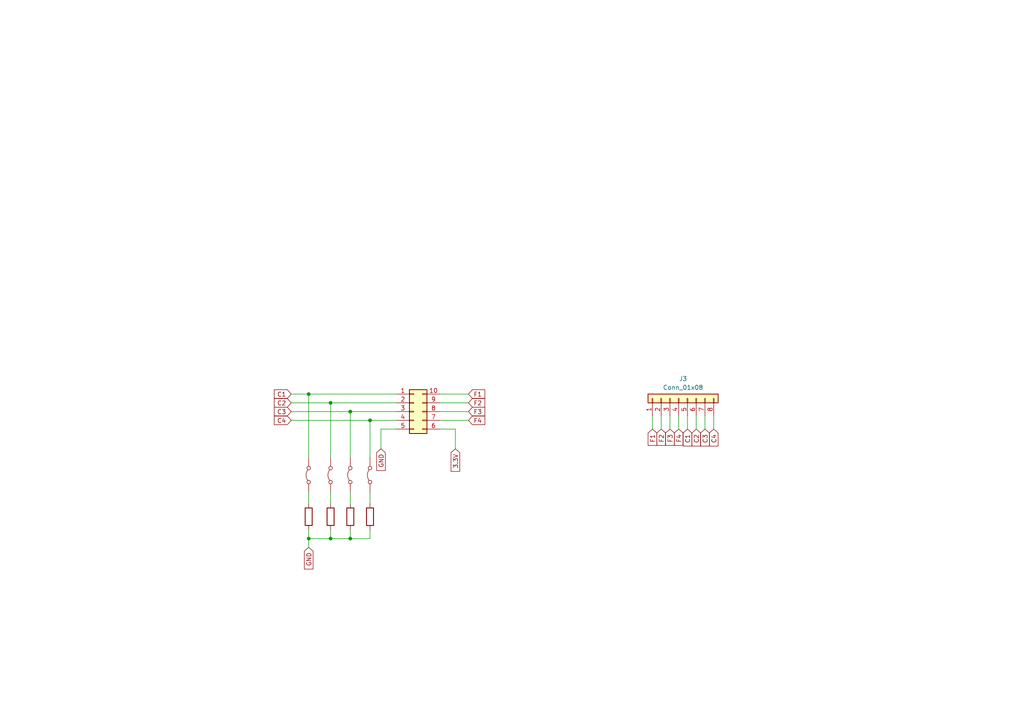
<source format=kicad_sch>
(kicad_sch (version 20231120) (generator "eeschema") (generator_version "8.0")
  (paper "A4")
  (lib_symbols
    (symbol "Connector_Generic:Conn_01x08" (pin_names (offset 1.016) hide)
      (property "Reference" "J" (at 0 10.16 0))
      (property "Value" "Conn_01x08" (at 0 -12.7 0))
      (symbol "Conn_01x08_1_1"
        (rectangle (start -1.27 -10.033) (end 0 -10.287) (stroke (width 0.1524)))
        (rectangle (start -1.27 -7.493) (end 0 -7.747) (stroke (width 0.1524)))
        (rectangle (start -1.27 -4.953) (end 0 -5.207) (stroke (width 0.1524)))
        (rectangle (start -1.27 -2.413) (end 0 -2.667) (stroke (width 0.1524)))
        (rectangle (start -1.27 0.127) (end 0 -0.127) (stroke (width 0.1524)))
        (rectangle (start -1.27 2.667) (end 0 2.413) (stroke (width 0.1524)))
        (rectangle (start -1.27 5.207) (end 0 4.953) (stroke (width 0.1524)))
        (rectangle (start -1.27 7.747) (end 0 7.493) (stroke (width 0.1524)))
        (rectangle (start -1.27 8.89) (end 1.27 -11.43) (stroke (width 0.254)) (fill (type background)))
        (pin passive line (at -5.08 7.62 0) (length 3.81) (name "Pin_1") (number "1"))
        (pin passive line (at -5.08 5.08 0) (length 3.81) (name "Pin_2") (number "2"))
        (pin passive line (at -5.08 2.54 0) (length 3.81) (name "Pin_3") (number "3"))
        (pin passive line (at -5.08 0 0) (length 3.81) (name "Pin_4") (number "4"))
        (pin passive line (at -5.08 -2.54 0) (length 3.81) (name "Pin_5") (number "5"))
        (pin passive line (at -5.08 -5.08 0) (length 3.81) (name "Pin_6") (number "6"))
        (pin passive line (at -5.08 -7.62 0) (length 3.81) (name "Pin_7") (number "7"))
        (pin passive line (at -5.08 -10.16 0) (length 3.81) (name "Pin_8") (number "8"))
      )
    )
    (symbol "Connector_Generic:Conn_02x05_Counter_Clockwise" (pin_names (offset 1.016) hide)
      (property "Reference" "J" (at 1.27 7.62 0))
      (property "Value" "Conn_02x05_Counter_Clockwise" (at 1.27 -7.62 0))
      (symbol "Conn_02x05_Counter_Clockwise_1_1"
        (rectangle (start -1.27 -4.953) (end 0 -5.207) (stroke (width 0.1524)))
        (rectangle (start -1.27 -2.413) (end 0 -2.667) (stroke (width 0.1524)))
        (rectangle (start -1.27 0.127) (end 0 -0.127) (stroke (width 0.1524)))
        (rectangle (start -1.27 2.667) (end 0 2.413) (stroke (width 0.1524)))
        (rectangle (start -1.27 5.207) (end 0 4.953) (stroke (width 0.1524)))
        (rectangle (start -1.27 6.35) (end 3.81 -6.35) (stroke (width 0.254)) (fill (type background)))
        (rectangle (start 3.81 -4.953) (end 2.54 -5.207) (stroke (width 0.1524)))
        (rectangle (start 3.81 -2.413) (end 2.54 -2.667) (stroke (width 0.1524)))
        (rectangle (start 3.81 0.127) (end 2.54 -0.127) (stroke (width 0.1524)))
        (rectangle (start 3.81 2.667) (end 2.54 2.413) (stroke (width 0.1524)))
        (rectangle (start 3.81 5.207) (end 2.54 4.953) (stroke (width 0.1524)))
        (pin passive line (at -5.08 5.08 0) (length 3.81) (name "Pin_1") (number "1"))
        (pin passive line (at 7.62 5.08 180) (length 3.81) (name "Pin_10") (number "10"))
        (pin passive line (at -5.08 2.54 0) (length 3.81) (name "Pin_2") (number "2"))
        (pin passive line (at -5.08 0 0) (length 3.81) (name "Pin_3") (number "3"))
        (pin passive line (at -5.08 -2.54 0) (length 3.81) (name "Pin_4") (number "4"))
        (pin passive line (at -5.08 -5.08 0) (length 3.81) (name "Pin_5") (number "5"))
        (pin passive line (at 7.62 -5.08 180) (length 3.81) (name "Pin_6") (number "6"))
        (pin passive line (at 7.62 -2.54 180) (length 3.81) (name "Pin_7") (number "7"))
        (pin passive line (at 7.62 0 180) (length 3.81) (name "Pin_8") (number "8"))
        (pin passive line (at 7.62 2.54 180) (length 3.81) (name "Pin_9") (number "9"))
      )
    )
    (symbol "Device:R" (pin_numbers hide) (pin_names (offset 0))
      (property "Reference" "R" (at 2.032 0 90))
      (property "Value" "R" (at 0 0 90))
      (symbol "R_0_1"
        (rectangle (start -1.016 -2.54) (end 1.016 2.54) (stroke (width 0.254)))
      )
      (symbol "R_1_1"
        (pin passive line (at 0 3.81 270) (length 1.27) (name "~") (number "1"))
        (pin passive line (at 0 -3.81 90) (length 1.27) (name "~") (number "2"))
      )
    )
    (symbol "Jumper:Jumper_2_Bridged" (pin_numbers hide) (pin_names (offset 0) hide) (exclude_from_sim yes)
      (property "Reference" "JP" (at 0 1.905 0))
      (property "Value" "Jumper_2_Bridged" (at 0 -2.54 0))
      (symbol "Jumper_2_Bridged_0_0"
        (circle (center -2.032 0) (radius 0.508))
        (circle (center 2.032 0) (radius 0.508))
      )
      (symbol "Jumper_2_Bridged_0_1"
        (arc (start 1.524 0.254) (mid 0 0.762) (end -1.524 0.254))
      )
      (symbol "Jumper_2_Bridged_1_1"
        (pin passive line (at -5.08 0 0) (length 2.54) (name "A") (number "1"))
        (pin passive line (at 5.08 0 180) (length 2.54) (name "B") (number "2"))
      )
    )
  )
  (junction (at 89.535 156.21))
  (junction (at 89.535 114.3))
  (junction (at 101.6 156.21))
  (junction (at 107.315 121.92))
  (junction (at 95.885 156.21))
  (junction (at 101.6 119.38))
  (junction (at 95.885 116.84))
  (wire (pts (xy 84.455 121.92) (xy 107.315 121.92)))
  (wire (pts (xy 107.315 146.05) (xy 107.315 142.875)))
  (wire (pts (xy 196.85 120.65) (xy 196.85 124.46)))
  (wire (pts (xy 101.6 119.38) (xy 101.6 132.715)))
  (wire (pts (xy 110.49 124.46) (xy 110.49 130.175)))
  (wire (pts (xy 95.885 116.84) (xy 114.935 116.84)))
  (wire (pts (xy 191.77 120.65) (xy 191.77 124.46)))
  (wire (pts (xy 194.31 120.65) (xy 194.31 124.46)))
  (wire (pts (xy 101.6 146.05) (xy 101.6 142.875)))
  (wire (pts (xy 199.39 120.65) (xy 199.39 124.46)))
  (wire (pts (xy 107.315 156.21) (xy 101.6 156.21)))
  (wire (pts (xy 89.535 146.05) (xy 89.535 142.875)))
  (wire (pts (xy 95.885 116.84) (xy 95.885 132.715)))
  (wire (pts (xy 127.635 124.46) (xy 132.08 124.46)))
  (wire (pts (xy 89.535 153.67) (xy 89.535 156.21)))
  (wire (pts (xy 127.635 119.38) (xy 135.89 119.38)))
  (wire (pts (xy 95.885 156.21) (xy 89.535 156.21)))
  (wire (pts (xy 101.6 156.21) (xy 95.885 156.21)))
  (wire (pts (xy 89.535 114.3) (xy 89.535 132.715)))
  (wire (pts (xy 127.635 121.92) (xy 135.89 121.92)))
  (wire (pts (xy 95.885 153.67) (xy 95.885 156.21)))
  (wire (pts (xy 84.455 114.3) (xy 89.535 114.3)))
  (wire (pts (xy 107.315 153.67) (xy 107.315 156.21)))
  (wire (pts (xy 107.315 121.92) (xy 114.935 121.92)))
  (wire (pts (xy 127.635 114.3) (xy 135.89 114.3)))
  (wire (pts (xy 207.01 120.65) (xy 207.01 124.46)))
  (wire (pts (xy 89.535 114.3) (xy 114.935 114.3)))
  (wire (pts (xy 201.93 120.65) (xy 201.93 124.46)))
  (wire (pts (xy 204.47 120.65) (xy 204.47 124.46)))
  (wire (pts (xy 107.315 121.92) (xy 107.315 132.715)))
  (wire (pts (xy 84.455 119.38) (xy 101.6 119.38)))
  (wire (pts (xy 132.08 124.46) (xy 132.08 130.175)))
  (wire (pts (xy 189.23 120.65) (xy 189.23 124.46)))
  (wire (pts (xy 101.6 119.38) (xy 114.935 119.38)))
  (wire (pts (xy 101.6 153.67) (xy 101.6 156.21)))
  (wire (pts (xy 127.635 116.84) (xy 135.89 116.84)))
  (wire (pts (xy 84.455 116.84) (xy 95.885 116.84)))
  (wire (pts (xy 89.535 156.21) (xy 89.535 158.75)))
  (wire (pts (xy 114.935 124.46) (xy 110.49 124.46)))
  (wire (pts (xy 95.885 146.05) (xy 95.885 142.875)))
  (global_label "F3" (shape input) (at 194.31 124.46 270) (property "Intersheetrefs" "${INTERSHEET_REFS}" (effects (hide yes))))
  (global_label "F1" (shape input) (at 189.23 124.46 270) (property "Intersheetrefs" "${INTERSHEET_REFS}" (effects (hide yes))))
  (global_label "F2" (shape input) (at 135.89 116.84 0) (property "Intersheetrefs" "${INTERSHEET_REFS}" (effects (hide yes))))
  (global_label "F4" (shape input) (at 135.89 121.92 0) (property "Intersheetrefs" "${INTERSHEET_REFS}" (effects (hide yes))))
  (global_label "C4" (shape input) (at 207.01 124.46 270) (property "Intersheetrefs" "${INTERSHEET_REFS}" (effects (hide yes))))
  (global_label "F1" (shape input) (at 135.89 114.3 0) (property "Intersheetrefs" "${INTERSHEET_REFS}" (effects (hide yes))))
  (global_label "C1" (shape input) (at 84.455 114.3 180) (property "Intersheetrefs" "${INTERSHEET_REFS}" (effects (hide yes))))
  (global_label "C3" (shape input) (at 84.455 119.38 180) (property "Intersheetrefs" "${INTERSHEET_REFS}" (effects (hide yes))))
  (global_label "GND" (shape input) (at 110.49 130.175 270) (property "Intersheetrefs" "${INTERSHEET_REFS}" (effects (hide yes))))
  (global_label "3.3V" (shape input) (at 132.08 130.175 270) (property "Intersheetrefs" "${INTERSHEET_REFS}" (effects (hide yes))))
  (global_label "F2" (shape input) (at 191.77 124.46 270) (property "Intersheetrefs" "${INTERSHEET_REFS}" (effects (hide yes))))
  (global_label "C3" (shape input) (at 204.47 124.46 270) (property "Intersheetrefs" "${INTERSHEET_REFS}" (effects (hide yes))))
  (global_label "GND" (shape input) (at 89.535 158.75 270) (property "Intersheetrefs" "${INTERSHEET_REFS}" (effects (hide yes))))
  (global_label "F3" (shape input) (at 135.89 119.38 0) (property "Intersheetrefs" "${INTERSHEET_REFS}" (effects (hide yes))))
  (global_label "C2" (shape input) (at 84.455 116.84 180) (property "Intersheetrefs" "${INTERSHEET_REFS}" (effects (hide yes))))
  (global_label "C2" (shape input) (at 201.93 124.46 270) (property "Intersheetrefs" "${INTERSHEET_REFS}" (effects (hide yes))))
  (global_label "C1" (shape input) (at 199.39 124.46 270) (property "Intersheetrefs" "${INTERSHEET_REFS}" (effects (hide yes))))
  (global_label "C4" (shape input) (at 84.455 121.92 180) (property "Intersheetrefs" "${INTERSHEET_REFS}" (effects (hide yes))))
  (global_label "F4" (shape input) (at 196.85 124.46 270) (property "Intersheetrefs" "${INTERSHEET_REFS}" (effects (hide yes))))
  (symbol (lib_id "Jumper:Jumper_2_Bridged") (at 89.535 137.795 90) (unit 1) (exclude_from_sim yes)
    (property "Reference" "JP8" (effects (hide yes)))
    (property "Value" "Jumper_2_Bridged" (effects (hide yes)))
    (property "Footprint" "Connector_PinHeader_2.00mm:PinHeader_1x02_P2.00mm_Vertical" (effects (hide yes)))
    (property "Description" "Jumper, 2-pole, closed/bridged" (effects (hide yes)))
  )
  (symbol (lib_id "Device:R") (at 107.315 149.86 180) (unit 1)
    (property "Reference" "R5" (effects (hide yes)))
    (property "Value" "10k" (effects (hide yes)))
    (property "Footprint" "Resistor_THT:R_Axial_DIN0204_L3.6mm_D1.6mm_P7.62mm_Horizontal" (effects (hide yes)))
    (property "Description" "Resistor" (effects (hide yes)))
  )
  (symbol (lib_id "Device:R") (at 101.6 149.86 180) (unit 1)
    (property "Reference" "R6" (effects (hide yes)))
    (property "Value" "10k" (effects (hide yes)))
    (property "Footprint" "Resistor_THT:R_Axial_DIN0204_L3.6mm_D1.6mm_P7.62mm_Horizontal" (effects (hide yes)))
    (property "Description" "Resistor" (effects (hide yes)))
  )
  (symbol (lib_id "Connector_Generic:Conn_02x05_Counter_Clockwise") (at 120.015 119.38 0) (unit 1)
    (property "Reference" "J2" (effects (hide yes)))
    (property "Value" "Conn_02x05_Counter_Clockwise" (effects (hide yes)))
    (property "Footprint" "Connector_Molex:Molex_Micro-Fit_3.0_43045-1012_2x05_P3.00mm_Vertical" (effects (hide yes)))
    (property "Description" "Generic connector, double row, 02x05, counter clockwise pin numbering scheme (similar to DIP package numbering), script generated (kicad-library-utils/schlib/autogen/connector/)" (effects (hide yes)))
  )
  (symbol (lib_id "Jumper:Jumper_2_Bridged") (at 101.6 137.795 90) (unit 1) (exclude_from_sim yes)
    (property "Reference" "JP6" (effects (hide yes)))
    (property "Value" "Jumper_2_Bridged" (effects (hide yes)))
    (property "Footprint" "Connector_PinHeader_2.00mm:PinHeader_1x02_P2.00mm_Vertical" (effects (hide yes)))
    (property "Description" "Jumper, 2-pole, closed/bridged" (effects (hide yes)))
  )
  (symbol (lib_id "Jumper:Jumper_2_Bridged") (at 95.885 137.795 90) (unit 1) (exclude_from_sim yes)
    (property "Reference" "JP7" (effects (hide yes)))
    (property "Value" "Jumper_2_Bridged" (effects (hide yes)))
    (property "Footprint" "Connector_PinHeader_2.00mm:PinHeader_1x02_P2.00mm_Vertical" (effects (hide yes)))
    (property "Description" "Jumper, 2-pole, closed/bridged" (effects (hide yes)))
  )
  (symbol (lib_id "Connector_Generic:Conn_01x08") (at 196.85 115.57 90) (unit 1)
    (property "Reference" "J3" (at 198.12 109.855 90))
    (property "Value" "Conn_01x08" (at 198.12 112.395 90))
    (property "Footprint" "TerminalBlock_Phoenix:TerminalBlock_Phoenix_MKDS-1,5-8-5.08_1x08_P5.08mm_Horizontal" (effects (hide yes)))
    (property "Description" "Generic connector, single row, 01x08, script generated (kicad-library-utils/schlib/autogen/connector/)" (effects (hide yes)))
  )
  (symbol (lib_id "Jumper:Jumper_2_Bridged") (at 107.315 137.795 90) (unit 1) (exclude_from_sim yes)
    (property "Reference" "JP5" (effects (hide yes)))
    (property "Value" "Jumper_2_Bridged" (effects (hide yes)))
    (property "Footprint" "Connector_PinHeader_2.00mm:PinHeader_1x02_P2.00mm_Vertical" (effects (hide yes)))
    (property "Description" "Jumper, 2-pole, closed/bridged" (effects (hide yes)))
  )
  (symbol (lib_id "Device:R") (at 89.535 149.86 180) (unit 1)
    (property "Reference" "R8" (effects (hide yes)))
    (property "Value" "10k" (effects (hide yes)))
    (property "Footprint" "Resistor_THT:R_Axial_DIN0204_L3.6mm_D1.6mm_P7.62mm_Horizontal" (effects (hide yes)))
    (property "Description" "Resistor" (effects (hide yes)))
  )
  (symbol (lib_id "Device:R") (at 95.885 149.86 180) (unit 1)
    (property "Reference" "R7" (effects (hide yes)))
    (property "Value" "10k" (effects (hide yes)))
    (property "Footprint" "Resistor_THT:R_Axial_DIN0204_L3.6mm_D1.6mm_P7.62mm_Horizontal" (effects (hide yes)))
    (property "Description" "Resistor" (effects (hide yes)))
  )
)
</source>
